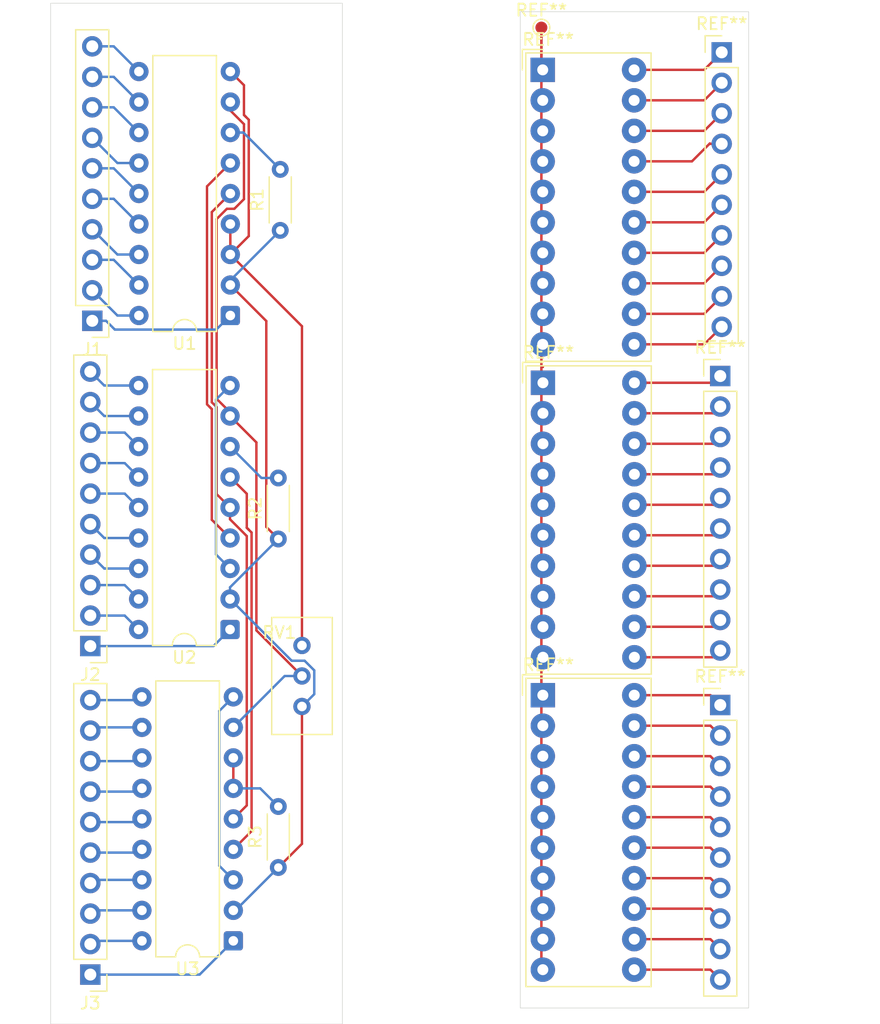
<source format=kicad_pcb>
(kicad_pcb (version 20241229) (generator "pcbnew") (generator_version "9.0")
  (layers (0 "F.Cu" signal) (2 "B.Cu" signal) (13 "F.Paste" user) (15 "B.Paste" user) (5 "F.SilkS" user "F.Silkscreen") (7 "B.SilkS" user "B.Silkscreen") (1 "F.Mask" user) (3 "B.Mask" user) (25 "Edge.Cuts" user))
  (net 0 "")
  (net 1 "+6V")
  (net 2 "GND")
  (net 3 "Net-(U1-REFOUT)")
  (net 4 "Net-(U2-REFOUT)")
  (net 5 "Net-(U3-REFOUT)")
  (net 6 "Net-(U1-REFADJ)")
  (net 7 "Net-(U1-RHI)")
  (net 8 "Net-(U1-SIG)")
  (net 9 "Net-(U2-RHI)")
  (net 10 "Net-(J1-Pin_9)")
  (net 11 "Net-(J1-Pin_7)")
  (net 12 "Net-(J1-Pin_2)")
  (net 13 "Net-(J1-Pin_3)")
  (net 14 "Net-(J1-Pin_6)")
  (net 15 "Net-(J1-Pin_4)")
  (net 16 "Net-(J1-Pin_1)")
  (net 17 "Net-(J1-Pin_8)")
  (net 18 "Net-(J1-Pin_10)")
  (net 19 "Net-(J1-Pin_5)")
  (net 20 "Net-(J2-Pin_4)")
  (net 21 "Net-(J2-Pin_10)")
  (net 22 "Net-(J2-Pin_6)")
  (net 23 "Net-(J2-Pin_7)")
  (net 24 "Net-(J2-Pin_8)")
  (net 25 "Net-(J2-Pin_2)")
  (net 26 "Net-(J2-Pin_9)")
  (net 27 "Net-(J2-Pin_1)")
  (net 28 "Net-(J2-Pin_5)")
  (net 29 "Net-(J2-Pin_3)")
  (net 30 "Net-(J3-Pin_6)")
  (net 31 "Net-(J3-Pin_8)")
  (net 32 "Net-(J3-Pin_4)")
  (net 33 "Net-(J3-Pin_1)")
  (net 34 "Net-(J3-Pin_7)")
  (net 35 "Net-(J3-Pin_2)")
  (net 36 "Net-(J3-Pin_10)")
  (net 37 "Net-(J3-Pin_3)")
  (net 38 "Net-(J3-Pin_5)")
  (net 39 "Net-(J3-Pin_9)")
  (net 40 "Net-(U2-MODE)")
  (net 41 "Net-(U3-MODE)")
  (footprint "Display:HDSP-48xx" (layer "F.Cu") (at 202.78 92.69)
    (property "Reference" "REF**" (at 0.46 -2.53 0) (layer "F.SilkS"))
    (property "Value" "HDSP-48xx")
    (fp_line (start -1.7 -1.7) (end -1.7 0) (stroke (width 0.12)) (layer "F.SilkS"))
    (fp_line (start -1.41 -1.41) (end 9.03 -1.41) (stroke (width 0.12)) (layer "F.SilkS"))
    (fp_line (start -1.41 24.27) (end -1.41 -1.41) (stroke (width 0.12)) (layer "F.SilkS"))
    (fp_line (start 0 -1.7) (end -1.7 -1.7) (stroke (width 0.12)) (layer "F.SilkS"))
    (fp_line (start 9.03 -1.41) (end 9.03 24.27) (stroke (width 0.12)) (layer "F.SilkS"))
    (fp_line (start 9.03 24.27) (end -1.41 24.27) (stroke (width 0.12)) (layer "F.SilkS"))
    (pad "1" thru_hole rect (at 0 0 270) (size 2.032 2.032) (drill 0.9144) (layers "*.Cu" "*.Mask"))
    (pad "2" thru_hole circle (at 0 2.54 270) (size 2.032 2.032) (drill 0.9144) (layers "*.Cu" "*.Mask"))
    (pad "3" thru_hole circle (at 0 5.08 270) (size 2.032 2.032) (drill 0.9144) (layers "*.Cu" "*.Mask"))
    (pad "4" thru_hole circle (at 0 7.62 270) (size 2.032 2.032) (drill 0.9144) (layers "*.Cu" "*.Mask"))
    (pad "5" thru_hole circle (at 0 10.16 270) (size 2.032 2.032) (drill 0.9144) (layers "*.Cu" "*.Mask"))
    (pad "6" thru_hole circle (at 0 12.7 270) (size 2.032 2.032) (drill 0.9144) (layers "*.Cu" "*.Mask"))
    (pad "7" thru_hole circle (at 0 15.24 270) (size 2.032 2.032) (drill 0.9144) (layers "*.Cu" "*.Mask"))
    (pad "8" thru_hole circle (at 0 17.78 270) (size 2.032 2.032) (drill 0.9144) (layers "*.Cu" "*.Mask"))
    (pad "9" thru_hole circle (at 0 20.32 270) (size 2.032 2.032) (drill 0.9144) (layers "*.Cu" "*.Mask"))
    (pad "10" thru_hole circle (at 0 22.86 270) (size 2.032 2.032) (drill 0.9144) (layers "*.Cu" "*.Mask"))
    (pad "11" thru_hole circle (at 7.62 22.86 270) (size 2.032 2.032) (drill 0.9144) (layers "*.Cu" "*.Mask"))
    (pad "12" thru_hole circle (at 7.62 20.32 270) (size 2.032 2.032) (drill 0.9144) (layers "*.Cu" "*.Mask"))
    (pad "13" thru_hole circle (at 7.62 17.78 270) (size 2.032 2.032) (drill 0.9144) (layers "*.Cu" "*.Mask"))
    (pad "14" thru_hole circle (at 7.62 15.24 270) (size 2.032 2.032) (drill 0.9144) (layers "*.Cu" "*.Mask"))
    (pad "15" thru_hole circle (at 7.62 12.7 270) (size 2.032 2.032) (drill 0.9144) (layers "*.Cu" "*.Mask"))
    (pad "16" thru_hole circle (at 7.62 10.16 270) (size 2.032 2.032) (drill 0.9144) (layers "*.Cu" "*.Mask"))
    (pad "17" thru_hole circle (at 7.62 7.62 270) (size 2.032 2.032) (drill 0.9144) (layers "*.Cu" "*.Mask"))
    (pad "18" thru_hole circle (at 7.62 5.08 270) (size 2.032 2.032) (drill 0.9144) (layers "*.Cu" "*.Mask"))
    (pad "19" thru_hole circle (at 7.62 2.54 270) (size 2.032 2.032) (drill 0.9144) (layers "*.Cu" "*.Mask"))
    (pad "20" thru_hole circle (at 7.62 0 270) (size 2.032 2.032) (drill 0.9144) (layers "*.Cu" "*.Mask"))
  )
  (footprint "Package_DIP:DIP-18_W7.62mm" (layer "F.Cu") (at 176.98 113.15 180)
    (property "Reference" "U3" (at 3.81 -2.33 0) (layer "F.SilkS"))
    (property "Value" "LM3914N Top")
    (fp_line (start 6.46 21.65) (end 6.46 -1.33) (stroke (width 0.12)) (layer "F.SilkS"))
    (fp_line (start 6.46 -1.33) (end 4.81 -1.33) (stroke (width 0.12)) (layer "F.SilkS"))
    (fp_line (start 2.81 -1.33) (end 1.16 -1.33) (stroke (width 0.12)) (layer "F.SilkS"))
    (fp_line (start 1.16 21.65) (end 6.46 21.65) (stroke (width 0.12)) (layer "F.SilkS"))
    (fp_line (start 1.16 -1.33) (end 1.16 21.65) (stroke (width 0.12)) (layer "F.SilkS"))
    (fp_arc (start 4.81 -1.33) (mid 3.81 -0.33) (end 2.81 -1.33) (stroke (width 0.12)) (layer "F.SilkS"))
    (pad "1" thru_hole roundrect (at 0 0 180) (size 1.6 1.6) (drill 0.8) (layers "*.Cu" "*.Mask") (roundrect_rratio 0.15625) (net 33 "Net-(J3-Pin_1)"))
    (pad "2" thru_hole circle (at 0 2.54 180) (size 1.6 1.6) (drill 0.8) (layers "*.Cu" "*.Mask") (net 2 "GND"))
    (pad "3" thru_hole circle (at 0 5.08 180) (size 1.6 1.6) (drill 0.8) (layers "*.Cu" "*.Mask") (net 41 "Net-(U3-MODE)"))
    (pad "4" thru_hole circle (at 0 7.62 180) (size 1.6 1.6) (drill 0.8) (layers "*.Cu" "*.Mask") (net 9 "Net-(U2-RHI)"))
    (pad "5" thru_hole circle (at 0 10.16 180) (size 1.6 1.6) (drill 0.8) (layers "*.Cu" "*.Mask") (net 8 "Net-(U1-SIG)"))
    (pad "6" thru_hole circle (at 0 12.7 180) (size 1.6 1.6) (drill 0.8) (layers "*.Cu" "*.Mask") (net 5 "Net-(U3-REFOUT)"))
    (pad "7" thru_hole circle (at 0 15.24 180) (size 1.6 1.6) (drill 0.8) (layers "*.Cu" "*.Mask") (net 5 "Net-(U3-REFOUT)"))
    (pad "8" thru_hole circle (at 0 17.78 180) (size 1.6 1.6) (drill 0.8) (layers "*.Cu" "*.Mask") (net 6 "Net-(U1-REFADJ)"))
    (pad "9" thru_hole circle (at 0 20.32 180) (size 1.6 1.6) (drill 0.8) (layers "*.Cu" "*.Mask") (net 41 "Net-(U3-MODE)"))
    (pad "10" thru_hole circle (at 7.62 20.32 180) (size 1.6 1.6) (drill 0.8) (layers "*.Cu" "*.Mask") (net 36 "Net-(J3-Pin_10)"))
    (pad "11" thru_hole circle (at 7.62 17.78 180) (size 1.6 1.6) (drill 0.8) (layers "*.Cu" "*.Mask") (net 39 "Net-(J3-Pin_9)"))
    (pad "12" thru_hole circle (at 7.62 15.24 180) (size 1.6 1.6) (drill 0.8) (layers "*.Cu" "*.Mask") (net 31 "Net-(J3-Pin_8)"))
    (pad "13" thru_hole circle (at 7.62 12.7 180) (size 1.6 1.6) (drill 0.8) (layers "*.Cu" "*.Mask") (net 34 "Net-(J3-Pin_7)"))
    (pad "14" thru_hole circle (at 7.62 10.16 180) (size 1.6 1.6) (drill 0.8) (layers "*.Cu" "*.Mask") (net 30 "Net-(J3-Pin_6)"))
    (pad "15" thru_hole circle (at 7.62 7.62 180) (size 1.6 1.6) (drill 0.8) (layers "*.Cu" "*.Mask") (net 38 "Net-(J3-Pin_5)"))
    (pad "16" thru_hole circle (at 7.62 5.08 180) (size 1.6 1.6) (drill 0.8) (layers "*.Cu" "*.Mask") (net 32 "Net-(J3-Pin_4)"))
    (pad "17" thru_hole circle (at 7.62 2.54 180) (size 1.6 1.6) (drill 0.8) (layers "*.Cu" "*.Mask") (net 37 "Net-(J3-Pin_3)"))
    (pad "18" thru_hole circle (at 7.62 0 180) (size 1.6 1.6) (drill 0.8) (layers "*.Cu" "*.Mask") (net 35 "Net-(J3-Pin_2)"))
  )
  (footprint "Display:HDSP-48xx" (layer "F.Cu") (at 202.77 40.61)
    (property "Reference" "REF**" (at 0.46 -2.53 0) (layer "F.SilkS"))
    (property "Value" "HDSP-48xx")
    (fp_line (start -1.7 -1.7) (end -1.7 0) (stroke (width 0.12)) (layer "F.SilkS"))
    (fp_line (start -1.41 -1.41) (end 9.03 -1.41) (stroke (width 0.12)) (layer "F.SilkS"))
    (fp_line (start -1.41 24.27) (end -1.41 -1.41) (stroke (width 0.12)) (layer "F.SilkS"))
    (fp_line (start 0 -1.7) (end -1.7 -1.7) (stroke (width 0.12)) (layer "F.SilkS"))
    (fp_line (start 9.03 -1.41) (end 9.03 24.27) (stroke (width 0.12)) (layer "F.SilkS"))
    (fp_line (start 9.03 24.27) (end -1.41 24.27) (stroke (width 0.12)) (layer "F.SilkS"))
    (pad "1" thru_hole rect (at 0 0 270) (size 2.032 2.032) (drill 0.9144) (layers "*.Cu" "*.Mask"))
    (pad "2" thru_hole circle (at 0 2.54 270) (size 2.032 2.032) (drill 0.9144) (layers "*.Cu" "*.Mask"))
    (pad "3" thru_hole circle (at 0 5.08 270) (size 2.032 2.032) (drill 0.9144) (layers "*.Cu" "*.Mask"))
    (pad "4" thru_hole circle (at 0 7.62 270) (size 2.032 2.032) (drill 0.9144) (layers "*.Cu" "*.Mask"))
    (pad "5" thru_hole circle (at 0 10.16 270) (size 2.032 2.032) (drill 0.9144) (layers "*.Cu" "*.Mask"))
    (pad "6" thru_hole circle (at 0 12.7 270) (size 2.032 2.032) (drill 0.9144) (layers "*.Cu" "*.Mask"))
    (pad "7" thru_hole circle (at 0 15.24 270) (size 2.032 2.032) (drill 0.9144) (layers "*.Cu" "*.Mask"))
    (pad "8" thru_hole circle (at 0 17.78 270) (size 2.032 2.032) (drill 0.9144) (layers "*.Cu" "*.Mask"))
    (pad "9" thru_hole circle (at 0 20.32 270) (size 2.032 2.032) (drill 0.9144) (layers "*.Cu" "*.Mask"))
    (pad "10" thru_hole circle (at 0 22.86 270) (size 2.032 2.032) (drill 0.9144) (layers "*.Cu" "*.Mask"))
    (pad "11" thru_hole circle (at 7.62 22.86 270) (size 2.032 2.032) (drill 0.9144) (layers "*.Cu" "*.Mask"))
    (pad "12" thru_hole circle (at 7.62 20.32 270) (size 2.032 2.032) (drill 0.9144) (layers "*.Cu" "*.Mask"))
    (pad "13" thru_hole circle (at 7.62 17.78 270) (size 2.032 2.032) (drill 0.9144) (layers "*.Cu" "*.Mask"))
    (pad "14" thru_hole circle (at 7.62 15.24 270) (size 2.032 2.032) (drill 0.9144) (layers "*.Cu" "*.Mask"))
    (pad "15" thru_hole circle (at 7.62 12.7 270) (size 2.032 2.032) (drill 0.9144) (layers "*.Cu" "*.Mask"))
    (pad "16" thru_hole circle (at 7.62 10.16 270) (size 2.032 2.032) (drill 0.9144) (layers "*.Cu" "*.Mask"))
    (pad "17" thru_hole circle (at 7.62 7.62 270) (size 2.032 2.032) (drill 0.9144) (layers "*.Cu" "*.Mask"))
    (pad "18" thru_hole circle (at 7.62 5.08 270) (size 2.032 2.032) (drill 0.9144) (layers "*.Cu" "*.Mask"))
    (pad "19" thru_hole circle (at 7.62 2.54 270) (size 2.032 2.032) (drill 0.9144) (layers "*.Cu" "*.Mask"))
    (pad "20" thru_hole circle (at 7.62 0 270) (size 2.032 2.032) (drill 0.9144) (layers "*.Cu" "*.Mask"))
  )
  (footprint "Package_DIP:DIP-18_W7.62mm" (layer "F.Cu") (at 176.705 87.22 180)
    (property "Reference" "U2" (at 3.81 -2.33 0) (layer "F.SilkS"))
    (property "Value" "LM3914N")
    (fp_line (start 6.46 21.65) (end 6.46 -1.33) (stroke (width 0.12)) (layer "F.SilkS"))
    (fp_line (start 6.46 -1.33) (end 4.81 -1.33) (stroke (width 0.12)) (layer "F.SilkS"))
    (fp_line (start 2.81 -1.33) (end 1.16 -1.33) (stroke (width 0.12)) (layer "F.SilkS"))
    (fp_line (start 1.16 21.65) (end 6.46 21.65) (stroke (width 0.12)) (layer "F.SilkS"))
    (fp_line (start 1.16 -1.33) (end 1.16 21.65) (stroke (width 0.12)) (layer "F.SilkS"))
    (fp_arc (start 4.81 -1.33) (mid 3.81 -0.33) (end 2.81 -1.33) (stroke (width 0.12)) (layer "F.SilkS"))
    (pad "1" thru_hole roundrect (at 0 0 180) (size 1.6 1.6) (drill 0.8) (layers "*.Cu" "*.Mask") (roundrect_rratio 0.15625) (net 27 "Net-(J2-Pin_1)"))
    (pad "2" thru_hole circle (at 0 2.54 180) (size 1.6 1.6) (drill 0.8) (layers "*.Cu" "*.Mask") (net 2 "GND"))
    (pad "3" thru_hole circle (at 0 5.08 180) (size 1.6 1.6) (drill 0.8) (layers "*.Cu" "*.Mask") (net 40 "Net-(U2-MODE)"))
    (pad "4" thru_hole circle (at 0 7.62 180) (size 1.6 1.6) (drill 0.8) (layers "*.Cu" "*.Mask") (net 7 "Net-(U1-RHI)"))
    (pad "5" thru_hole circle (at 0 10.16 180) (size 1.6 1.6) (drill 0.8) (layers "*.Cu" "*.Mask") (net 8 "Net-(U1-SIG)"))
    (pad "6" thru_hole circle (at 0 12.7 180) (size 1.6 1.6) (drill 0.8) (layers "*.Cu" "*.Mask") (net 9 "Net-(U2-RHI)"))
    (pad "7" thru_hole circle (at 0 15.24 180) (size 1.6 1.6) (drill 0.8) (layers "*.Cu" "*.Mask") (net 4 "Net-(U2-REFOUT)"))
    (pad "8" thru_hole circle (at 0 17.78 180) (size 1.6 1.6) (drill 0.8) (layers "*.Cu" "*.Mask") (net 6 "Net-(U1-REFADJ)"))
    (pad "9" thru_hole circle (at 0 20.32 180) (size 1.6 1.6) (drill 0.8) (layers "*.Cu" "*.Mask") (net 40 "Net-(U2-MODE)"))
    (pad "10" thru_hole circle (at 7.62 20.32 180) (size 1.6 1.6) (drill 0.8) (layers "*.Cu" "*.Mask") (net 21 "Net-(J2-Pin_10)"))
    (pad "11" thru_hole circle (at 7.62 17.78 180) (size 1.6 1.6) (drill 0.8) (layers "*.Cu" "*.Mask") (net 26 "Net-(J2-Pin_9)"))
    (pad "12" thru_hole circle (at 7.62 15.24 180) (size 1.6 1.6) (drill 0.8) (layers "*.Cu" "*.Mask") (net 24 "Net-(J2-Pin_8)"))
    (pad "13" thru_hole circle (at 7.62 12.7 180) (size 1.6 1.6) (drill 0.8) (layers "*.Cu" "*.Mask") (net 23 "Net-(J2-Pin_7)"))
    (pad "14" thru_hole circle (at 7.62 10.16 180) (size 1.6 1.6) (drill 0.8) (layers "*.Cu" "*.Mask") (net 22 "Net-(J2-Pin_6)"))
    (pad "15" thru_hole circle (at 7.62 7.62 180) (size 1.6 1.6) (drill 0.8) (layers "*.Cu" "*.Mask") (net 28 "Net-(J2-Pin_5)"))
    (pad "16" thru_hole circle (at 7.62 5.08 180) (size 1.6 1.6) (drill 0.8) (layers "*.Cu" "*.Mask") (net 20 "Net-(J2-Pin_4)"))
    (pad "17" thru_hole circle (at 7.62 2.54 180) (size 1.6 1.6) (drill 0.8) (layers "*.Cu" "*.Mask") (net 29 "Net-(J2-Pin_3)"))
    (pad "18" thru_hole circle (at 7.62 0 180) (size 1.6 1.6) (drill 0.8) (layers "*.Cu" "*.Mask") (net 25 "Net-(J2-Pin_2)"))
  )
  (footprint "Connector_PinHeader_2.54mm:PinHeader_1x10_P2.54mm_Vertical" (layer "F.Cu") (at 165.06 88.6 180)
    (property "Reference" "J2" (at 0 -2.38 0) (layer "F.SilkS"))
    (property "Value" "Conn_01x10_Socket")
    (fp_line (start 1.38 1.27) (end 1.38 24.24) (stroke (width 0.12)) (layer "F.SilkS"))
    (fp_line (start -1.38 24.24) (end 1.38 24.24) (stroke (width 0.12)) (layer "F.SilkS"))
    (fp_line (start -1.38 1.27) (end 1.38 1.27) (stroke (width 0.12)) (layer "F.SilkS"))
    (fp_line (start -1.38 1.27) (end -1.38 24.24) (stroke (width 0.12)) (layer "F.SilkS"))
    (fp_line (start -1.38 0) (end -1.38 -1.38) (stroke (width 0.12)) (layer "F.SilkS"))
    (fp_line (start -1.38 -1.38) (end 0 -1.38) (stroke (width 0.12)) (layer "F.SilkS"))
    (pad "1" thru_hole rect (at 0 0 180) (size 1.7 1.7) (drill 1) (layers "*.Cu" "*.Mask") (net 27 "Net-(J2-Pin_1)"))
    (pad "2" thru_hole circle (at 0 2.54 180) (size 1.7 1.7) (drill 1) (layers "*.Cu" "*.Mask") (net 25 "Net-(J2-Pin_2)"))
    (pad "3" thru_hole circle (at 0 5.08 180) (size 1.7 1.7) (drill 1) (layers "*.Cu" "*.Mask") (net 29 "Net-(J2-Pin_3)"))
    (pad "4" thru_hole circle (at 0 7.62 180) (size 1.7 1.7) (drill 1) (layers "*.Cu" "*.Mask") (net 20 "Net-(J2-Pin_4)"))
    (pad "5" thru_hole circle (at 0 10.16 180) (size 1.7 1.7) (drill 1) (layers "*.Cu" "*.Mask") (net 28 "Net-(J2-Pin_5)"))
    (pad "6" thru_hole circle (at 0 12.7 180) (size 1.7 1.7) (drill 1) (layers "*.Cu" "*.Mask") (net 22 "Net-(J2-Pin_6)"))
    (pad "7" thru_hole circle (at 0 15.24 180) (size 1.7 1.7) (drill 1) (layers "*.Cu" "*.Mask") (net 23 "Net-(J2-Pin_7)"))
    (pad "8" thru_hole circle (at 0 17.78 180) (size 1.7 1.7) (drill 1) (layers "*.Cu" "*.Mask") (net 24 "Net-(J2-Pin_8)"))
    (pad "9" thru_hole circle (at 0 20.32 180) (size 1.7 1.7) (drill 1) (layers "*.Cu" "*.Mask") (net 26 "Net-(J2-Pin_9)"))
    (pad "10" thru_hole circle (at 0 22.86 180) (size 1.7 1.7) (drill 1) (layers "*.Cu" "*.Mask") (net 21 "Net-(J2-Pin_10)"))
  )
  (footprint "Package_DIP:DIP-18_W7.62mm" (layer "F.Cu") (at 176.73 61.07 180)
    (property "Reference" "U1" (at 3.81 -2.33 0) (layer "F.SilkS"))
    (property "Value" "LM3914N Bottom")
    (fp_line (start 6.46 21.65) (end 6.46 -1.33) (stroke (width 0.12)) (layer "F.SilkS"))
    (fp_line (start 6.46 -1.33) (end 4.81 -1.33) (stroke (width 0.12)) (layer "F.SilkS"))
    (fp_line (start 2.81 -1.33) (end 1.16 -1.33) (stroke (width 0.12)) (layer "F.SilkS"))
    (fp_line (start 1.16 21.65) (end 6.46 21.65) (stroke (width 0.12)) (layer "F.SilkS"))
    (fp_line (start 1.16 -1.33) (end 1.16 21.65) (stroke (width 0.12)) (layer "F.SilkS"))
    (fp_arc (start 4.81 -1.33) (mid 3.81 -0.33) (end 2.81 -1.33) (stroke (width 0.12)) (layer "F.SilkS"))
    (pad "1" thru_hole roundrect (at 0 0 180) (size 1.6 1.6) (drill 0.8) (layers "*.Cu" "*.Mask") (roundrect_rratio 0.15625) (net 16 "Net-(J1-Pin_1)"))
    (pad "2" thru_hole circle (at 0 2.54 180) (size 1.6 1.6) (drill 0.8) (layers "*.Cu" "*.Mask") (net 2 "GND"))
    (pad "3" thru_hole circle (at 0 5.08 180) (size 1.6 1.6) (drill 0.8) (layers "*.Cu" "*.Mask") (net 1 "+6V"))
    (pad "4" thru_hole circle (at 0 7.62 180) (size 1.6 1.6) (drill 0.8) (layers "*.Cu" "*.Mask") (net 1 "+6V"))
    (pad "5" thru_hole circle (at 0 10.16 180) (size 1.6 1.6) (drill 0.8) (layers "*.Cu" "*.Mask") (net 8 "Net-(U1-SIG)"))
    (pad "6" thru_hole circle (at 0 12.7 180) (size 1.6 1.6) (drill 0.8) (layers "*.Cu" "*.Mask") (net 7 "Net-(U1-RHI)"))
    (pad "7" thru_hole circle (at 0 15.24 180) (size 1.6 1.6) (drill 0.8) (layers "*.Cu" "*.Mask") (net 3 "Net-(U1-REFOUT)"))
    (pad "8" thru_hole circle (at 0 17.78 180) (size 1.6 1.6) (drill 0.8) (layers "*.Cu" "*.Mask") (net 6 "Net-(U1-REFADJ)"))
    (pad "9" thru_hole circle (at 0 20.32 180) (size 1.6 1.6) (drill 0.8) (layers "*.Cu" "*.Mask") (net 1 "+6V"))
    (pad "10" thru_hole circle (at 7.62 20.32 180) (size 1.6 1.6) (drill 0.8) (layers "*.Cu" "*.Mask") (net 18 "Net-(J1-Pin_10)"))
    (pad "11" thru_hole circle (at 7.62 17.78 180) (size 1.6 1.6) (drill 0.8) (layers "*.Cu" "*.Mask") (net 10 "Net-(J1-Pin_9)"))
    (pad "12" thru_hole circle (at 7.62 15.24 180) (size 1.6 1.6) (drill 0.8) (layers "*.Cu" "*.Mask") (net 17 "Net-(J1-Pin_8)"))
    (pad "13" thru_hole circle (at 7.62 12.7 180) (size 1.6 1.6) (drill 0.8) (layers "*.Cu" "*.Mask") (net 11 "Net-(J1-Pin_7)"))
    (pad "14" thru_hole circle (at 7.62 10.16 180) (size 1.6 1.6) (drill 0.8) (layers "*.Cu" "*.Mask") (net 14 "Net-(J1-Pin_6)"))
    (pad "15" thru_hole circle (at 7.62 7.62 180) (size 1.6 1.6) (drill 0.8) (layers "*.Cu" "*.Mask") (net 19 "Net-(J1-Pin_5)"))
    (pad "16" thru_hole circle (at 7.62 5.08 180) (size 1.6 1.6) (drill 0.8) (layers "*.Cu" "*.Mask") (net 15 "Net-(J1-Pin_4)"))
    (pad "17" thru_hole circle (at 7.62 2.54 180) (size 1.6 1.6) (drill 0.8) (layers "*.Cu" "*.Mask") (net 13 "Net-(J1-Pin_3)"))
    (pad "18" thru_hole circle (at 7.62 0 180) (size 1.6 1.6) (drill 0.8) (layers "*.Cu" "*.Mask") (net 12 "Net-(J1-Pin_2)"))
  )
  (footprint "TestPoint:TestPoint_Pad_D1.0mm" (layer "F.Cu") (at 202.66 37.09)
    (property "Reference" "REF**" (at 0 -1.448 0) (layer "F.SilkS"))
    (property "Value" "TestPoint_Pad_D1.0mm")
    (fp_circle (center 0 0) (end 0 0.7) (stroke (width 0.12)) (fill no) (layer "F.SilkS"))
    (pad "1" smd circle (at 0 0) (size 1 1) (layers "F.Cu" "F.Mask"))
  )
  (footprint "Display:HDSP-48xx" (layer "F.Cu") (at 202.79 66.67)
    (property "Reference" "REF**" (at 0.46 -2.53 0) (layer "F.SilkS"))
    (property "Value" "HDSP-48xx")
    (fp_line (start -1.7 -1.7) (end -1.7 0) (stroke (width 0.12)) (layer "F.SilkS"))
    (fp_line (start -1.41 -1.41) (end 9.03 -1.41) (stroke (width 0.12)) (layer "F.SilkS"))
    (fp_line (start -1.41 24.27) (end -1.41 -1.41) (stroke (width 0.12)) (layer "F.SilkS"))
    (fp_line (start 0 -1.7) (end -1.7 -1.7) (stroke (width 0.12)) (layer "F.SilkS"))
    (fp_line (start 9.03 -1.41) (end 9.03 24.27) (stroke (width 0.12)) (layer "F.SilkS"))
    (fp_line (start 9.03 24.27) (end -1.41 24.27) (stroke (width 0.12)) (layer "F.SilkS"))
    (pad "1" thru_hole rect (at 0 0 270) (size 2.032 2.032) (drill 0.9144) (layers "*.Cu" "*.Mask"))
    (pad "2" thru_hole circle (at 0 2.54 270) (size 2.032 2.032) (drill 0.9144) (layers "*.Cu" "*.Mask"))
    (pad "3" thru_hole circle (at 0 5.08 270) (size 2.032 2.032) (drill 0.9144) (layers "*.Cu" "*.Mask"))
    (pad "4" thru_hole circle (at 0 7.62 270) (size 2.032 2.032) (drill 0.9144) (layers "*.Cu" "*.Mask"))
    (pad "5" thru_hole circle (at 0 10.16 270) (size 2.032 2.032) (drill 0.9144) (layers "*.Cu" "*.Mask"))
    (pad "6" thru_hole circle (at 0 12.7 270) (size 2.032 2.032) (drill 0.9144) (layers "*.Cu" "*.Mask"))
    (pad "7" thru_hole circle (at 0 15.24 270) (size 2.032 2.032) (drill 0.9144) (layers "*.Cu" "*.Mask"))
    (pad "8" thru_hole circle (at 0 17.78 270) (size 2.032 2.032) (drill 0.9144) (layers "*.Cu" "*.Mask"))
    (pad "9" thru_hole circle (at 0 20.32 270) (size 2.032 2.032) (drill 0.9144) (layers "*.Cu" "*.Mask"))
    (pad "10" thru_hole circle (at 0 22.86 270) (size 2.032 2.032) (drill 0.9144) (layers "*.Cu" "*.Mask"))
    (pad "11" thru_hole circle (at 7.62 22.86 270) (size 2.032 2.032) (drill 0.9144) (layers "*.Cu" "*.Mask"))
    (pad "12" thru_hole circle (at 7.62 20.32 270) (size 2.032 2.032) (drill 0.9144) (layers "*.Cu" "*.Mask"))
    (pad "13" thru_hole circle (at 7.62 17.78 270) (size 2.032 2.032) (drill 0.9144) (layers "*.Cu" "*.Mask"))
    (pad "14" thru_hole circle (at 7.62 15.24 270) (size 2.032 2.032) (drill 0.9144) (layers "*.Cu" "*.Mask"))
    (pad "15" thru_hole circle (at 7.62 12.7 270) (size 2.032 2.032) (drill 0.9144) (layers "*.Cu" "*.Mask"))
    (pad "16" thru_hole circle (at 7.62 10.16 270) (size 2.032 2.032) (drill 0.9144) (layers "*.Cu" "*.Mask"))
    (pad "17" thru_hole circle (at 7.62 7.62 270) (size 2.032 2.032) (drill 0.9144) (layers "*.Cu" "*.Mask"))
    (pad "18" thru_hole circle (at 7.62 5.08 270) (size 2.032 2.032) (drill 0.9144) (layers "*.Cu" "*.Mask"))
    (pad "19" thru_hole circle (at 7.62 2.54 270) (size 2.032 2.032) (drill 0.9144) (layers "*.Cu" "*.Mask"))
    (pad "20" thru_hole circle (at 7.62 0 270) (size 2.032 2.032) (drill 0.9144) (layers "*.Cu" "*.Mask"))
  )
  (footprint "Resistor_THT:R_Axial_DIN0204_L3.6mm_D1.6mm_P5.08mm_Horizontal" (layer "F.Cu") (at 180.73 79.68 90)
    (property "Reference" "R2" (at 2.54 -1.92 90) (layer "F.SilkS"))
    (property "Value" "470")
    (fp_line (start 0.62 -0.92) (end 4.46 -0.92) (stroke (width 0.12)) (layer "F.SilkS"))
    (fp_line (start 0.62 0.92) (end 4.46 0.92) (stroke (width 0.12)) (layer "F.SilkS"))
    (pad "1" thru_hole circle (at 0 0 90) (size 1.4 1.4) (drill 0.7) (layers "*.Cu" "*.Mask") (net 2 "GND"))
    (pad "2" thru_hole circle (at 5.08 0 90) (size 1.4 1.4) (drill 0.7) (layers "*.Cu" "*.Mask") (net 4 "Net-(U2-REFOUT)"))
  )
  (footprint "Connector_PinHeader_2.54mm:PinHeader_1x10_P2.54mm_Vertical" (layer "F.Cu") (at 217.69 39.15)
    (property "Reference" "REF**" (at 0 -2.38 0) (layer "F.SilkS"))
    (property "Value" "PinHeader_1x10_P2.54mm_Vertical")
    (fp_line (start -1.38 -1.38) (end 0 -1.38) (stroke (width 0.12)) (layer "F.SilkS"))
    (fp_line (start -1.38 0) (end -1.38 -1.38) (stroke (width 0.12)) (layer "F.SilkS"))
    (fp_line (start -1.38 1.27) (end -1.38 24.24) (stroke (width 0.12)) (layer "F.SilkS"))
    (fp_line (start -1.38 1.27) (end 1.38 1.27) (stroke (width 0.12)) (layer "F.SilkS"))
    (fp_line (start -1.38 24.24) (end 1.38 24.24) (stroke (width 0.12)) (layer "F.SilkS"))
    (fp_line (start 1.38 1.27) (end 1.38 24.24) (stroke (width 0.12)) (layer "F.SilkS"))
    (pad "1" thru_hole rect (at 0 0) (size 1.7 1.7) (drill 1) (layers "*.Cu" "*.Mask"))
    (pad "2" thru_hole circle (at 0 2.54) (size 1.7 1.7) (drill 1) (layers "*.Cu" "*.Mask"))
    (pad "3" thru_hole circle (at 0 5.08) (size 1.7 1.7) (drill 1) (layers "*.Cu" "*.Mask"))
    (pad "4" thru_hole circle (at 0 7.62) (size 1.7 1.7) (drill 1) (layers "*.Cu" "*.Mask"))
    (pad "5" thru_hole circle (at 0 10.16) (size 1.7 1.7) (drill 1) (layers "*.Cu" "*.Mask"))
    (pad "6" thru_hole circle (at 0 12.7) (size 1.7 1.7) (drill 1) (layers "*.Cu" "*.Mask"))
    (pad "7" thru_hole circle (at 0 15.24) (size 1.7 1.7) (drill 1) (layers "*.Cu" "*.Mask"))
    (pad "8" thru_hole circle (at 0 17.78) (size 1.7 1.7) (drill 1) (layers "*.Cu" "*.Mask"))
    (pad "9" thru_hole circle (at 0 20.32) (size 1.7 1.7) (drill 1) (layers "*.Cu" "*.Mask"))
    (pad "10" thru_hole circle (at 0 22.86) (size 1.7 1.7) (drill 1) (layers "*.Cu" "*.Mask"))
  )
  (footprint "Potentiometer_THT:Potentiometer_Bourns_3296W_Vertical" (layer "F.Cu") (at 182.7 88.55 90)
    (property "Reference" "RV1" (at 1.08 -1.885 0) (layer "F.SilkS"))
    (property "Value" "1")
    (fp_line (start 2.335 -2.52) (end 2.335 2.53) (stroke (width 0.12)) (layer "F.SilkS"))
    (fp_line (start -7.415 -2.52) (end 2.335 -2.52) (stroke (width 0.12)) (layer "F.SilkS"))
    (fp_line (start 2.335 2.53) (end -7.415 2.53) (stroke (width 0.12)) (layer "F.SilkS"))
    (fp_line (start -7.415 2.53) (end -7.415 -2.52) (stroke (width 0.12)) (layer "F.SilkS"))
    (pad "1" thru_hole circle (at 0 0 90) (size 1.44 1.44) (drill 0.8) (layers "*.Cu" "*.Mask") (net 1 "+6V"))
    (pad "2" thru_hole circle (at -2.54 0 90) (size 1.44 1.44) (drill 0.8) (layers "*.Cu" "*.Mask") (net 6 "Net-(U1-REFADJ)"))
    (pad "3" thru_hole circle (at -5.08 0 90) (size 1.44 1.44) (drill 0.8) (layers "*.Cu" "*.Mask") (net 2 "GND"))
  )
  (footprint "Connector_PinHeader_2.54mm:PinHeader_1x10_P2.54mm_Vertical" (layer "F.Cu") (at 165.06 115.96 180)
    (property "Reference" "J3" (at 0 -2.38 0) (layer "F.SilkS"))
    (property "Value" "Conn_01x10_Socket")
    (fp_line (start 1.38 1.27) (end 1.38 24.24) (stroke (width 0.12)) (layer "F.SilkS"))
    (fp_line (start -1.38 24.24) (end 1.38 24.24) (stroke (width 0.12)) (layer "F.SilkS"))
    (fp_line (start -1.38 1.27) (end 1.38 1.27) (stroke (width 0.12)) (layer "F.SilkS"))
    (fp_line (start -1.38 1.27) (end -1.38 24.24) (stroke (width 0.12)) (layer "F.SilkS"))
    (fp_line (start -1.38 0) (end -1.38 -1.38) (stroke (width 0.12)) (layer "F.SilkS"))
    (fp_line (start -1.38 -1.38) (end 0 -1.38) (stroke (width 0.12)) (layer "F.SilkS"))
    (pad "1" thru_hole rect (at 0 0 180) (size 1.7 1.7) (drill 1) (layers "*.Cu" "*.Mask") (net 33 "Net-(J3-Pin_1)"))
    (pad "2" thru_hole circle (at 0 2.54 180) (size 1.7 1.7) (drill 1) (layers "*.Cu" "*.Mask") (net 35 "Net-(J3-Pin_2)"))
    (pad "3" thru_hole circle (at 0 5.08 180) (size 1.7 1.7) (drill 1) (layers "*.Cu" "*.Mask") (net 37 "Net-(J3-Pin_3)"))
    (pad "4" thru_hole circle (at 0 7.62 180) (size 1.7 1.7) (drill 1) (layers "*.Cu" "*.Mask") (net 32 "Net-(J3-Pin_4)"))
    (pad "5" thru_hole circle (at 0 10.16 180) (size 1.7 1.7) (drill 1) (layers "*.Cu" "*.Mask") (net 38 "Net-(J3-Pin_5)"))
    (pad "6" thru_hole circle (at 0 12.7 180) (size 1.7 1.7) (drill 1) (layers "*.Cu" "*.Mask") (net 30 "Net-(J3-Pin_6)"))
    (pad "7" thru_hole circle (at 0 15.24 180) (size 1.7 1.7) (drill 1) (layers "*.Cu" "*.Mask") (net 34 "Net-(J3-Pin_7)"))
    (pad "8" thru_hole circle (at 0 17.78 180) (size 1.7 1.7) (drill 1) (layers "*.Cu" "*.Mask") (net 31 "Net-(J3-Pin_8)"))
    (pad "9" thru_hole circle (at 0 20.32 180) (size 1.7 1.7) (drill 1) (layers "*.Cu" "*.Mask") (net 39 "Net-(J3-Pin_9)"))
    (pad "10" thru_hole circle (at 0 22.86 180) (size 1.7 1.7) (drill 1) (layers "*.Cu" "*.Mask") (net 36 "Net-(J3-Pin_10)"))
  )
  (footprint "Connector_PinHeader_2.54mm:PinHeader_1x10_P2.54mm_Vertical" (layer "F.Cu") (at 217.57 66.11)
    (property "Reference" "REF**" (at 0 -2.38 0) (layer "F.SilkS"))
    (property "Value" "PinHeader_1x10_P2.54mm_Vertical")
    (fp_line (start -1.38 -1.38) (end 0 -1.38) (stroke (width 0.12)) (layer "F.SilkS"))
    (fp_line (start -1.38 0) (end -1.38 -1.38) (stroke (width 0.12)) (layer "F.SilkS"))
    (fp_line (start -1.38 1.27) (end -1.38 24.24) (stroke (width 0.12)) (layer "F.SilkS"))
    (fp_line (start -1.38 1.27) (end 1.38 1.27) (stroke (width 0.12)) (layer "F.SilkS"))
    (fp_line (start -1.38 24.24) (end 1.38 24.24) (stroke (width 0.12)) (layer "F.SilkS"))
    (fp_line (start 1.38 1.27) (end 1.38 24.24) (stroke (width 0.12)) (layer "F.SilkS"))
    (pad "1" thru_hole rect (at 0 0) (size 1.7 1.7) (drill 1) (layers "*.Cu" "*.Mask"))
    (pad "2" thru_hole circle (at 0 2.54) (size 1.7 1.7) (drill 1) (layers "*.Cu" "*.Mask"))
    (pad "3" thru_hole circle (at 0 5.08) (size 1.7 1.7) (drill 1) (layers "*.Cu" "*.Mask"))
    (pad "4" thru_hole circle (at 0 7.62) (size 1.7 1.7) (drill 1) (layers "*.Cu" "*.Mask"))
    (pad "5" thru_hole circle (at 0 10.16) (size 1.7 1.7) (drill 1) (layers "*.Cu" "*.Mask"))
    (pad "6" thru_hole circle (at 0 12.7) (size 1.7 1.7) (drill 1) (layers "*.Cu" "*.Mask"))
    (pad "7" thru_hole circle (at 0 15.24) (size 1.7 1.7) (drill 1) (layers "*.Cu" "*.Mask"))
    (pad "8" thru_hole circle (at 0 17.78) (size 1.7 1.7) (drill 1) (layers "*.Cu" "*.Mask"))
    (pad "9" thru_hole circle (at 0 20.32) (size 1.7 1.7) (drill 1) (layers "*.Cu" "*.Mask"))
    (pad "10" thru_hole circle (at 0 22.86) (size 1.7 1.7) (drill 1) (layers "*.Cu" "*.Mask"))
  )
  (footprint "Connector_PinHeader_2.54mm:PinHeader_1x10_P2.54mm_Vertical" (layer "F.Cu") (at 165.22 61.51 180)
    (property "Reference" "J1" (at 0 -2.38 0) (layer "F.SilkS"))
    (property "Value" "Conn_01x10_Socket")
    (fp_line (start 1.38 1.27) (end 1.38 24.24) (stroke (width 0.12)) (layer "F.SilkS"))
    (fp_line (start -1.38 24.24) (end 1.38 24.24) (stroke (width 0.12)) (layer "F.SilkS"))
    (fp_line (start -1.38 1.27) (end 1.38 1.27) (stroke (width 0.12)) (layer "F.SilkS"))
    (fp_line (start -1.38 1.27) (end -1.38 24.24) (stroke (width 0.12)) (layer "F.SilkS"))
    (fp_line (start -1.38 0) (end -1.38 -1.38) (stroke (width 0.12)) (layer "F.SilkS"))
    (fp_line (start -1.38 -1.38) (end 0 -1.38) (stroke (width 0.12)) (layer "F.SilkS"))
    (pad "1" thru_hole rect (at 0 0 180) (size 1.7 1.7) (drill 1) (layers "*.Cu" "*.Mask") (net 16 "Net-(J1-Pin_1)"))
    (pad "2" thru_hole circle (at 0 2.54 180) (size 1.7 1.7) (drill 1) (layers "*.Cu" "*.Mask") (net 12 "Net-(J1-Pin_2)"))
    (pad "3" thru_hole circle (at 0 5.08 180) (size 1.7 1.7) (drill 1) (layers "*.Cu" "*.Mask") (net 13 "Net-(J1-Pin_3)"))
    (pad "4" thru_hole circle (at 0 7.62 180) (size 1.7 1.7) (drill 1) (layers "*.Cu" "*.Mask") (net 15 "Net-(J1-Pin_4)"))
    (pad "5" thru_hole circle (at 0 10.16 180) (size 1.7 1.7) (drill 1) (layers "*.Cu" "*.Mask") (net 19 "Net-(J1-Pin_5)"))
    (pad "6" thru_hole circle (at 0 12.7 180) (size 1.7 1.7) (drill 1) (layers "*.Cu" "*.Mask") (net 14 "Net-(J1-Pin_6)"))
    (pad "7" thru_hole circle (at 0 15.24 180) (size 1.7 1.7) (drill 1) (layers "*.Cu" "*.Mask") (net 11 "Net-(J1-Pin_7)"))
    (pad "8" thru_hole circle (at 0 17.78 180) (size 1.7 1.7) (drill 1) (layers "*.Cu" "*.Mask") (net 17 "Net-(J1-Pin_8)"))
    (pad "9" thru_hole circle (at 0 20.32 180) (size 1.7 1.7) (drill 1) (layers "*.Cu" "*.Mask") (net 10 "Net-(J1-Pin_9)"))
    (pad "10" thru_hole circle (at 0 22.86 180) (size 1.7 1.7) (drill 1) (layers "*.Cu" "*.Mask") (net 18 "Net-(J1-Pin_10)"))
  )
  (footprint "Resistor_THT:R_Axial_DIN0204_L3.6mm_D1.6mm_P5.08mm_Horizontal" (layer "F.Cu") (at 180.89 53.98 90)
    (property "Reference" "R1" (at 2.54 -1.92 90) (layer "F.SilkS"))
    (property "Value" "470")
    (fp_line (start 0.62 -0.92) (end 4.46 -0.92) (stroke (width 0.12)) (layer "F.SilkS"))
    (fp_line (start 0.62 0.92) (end 4.46 0.92) (stroke (width 0.12)) (layer "F.SilkS"))
    (pad "1" thru_hole circle (at 0 0 90) (size 1.4 1.4) (drill 0.7) (layers "*.Cu" "*.Mask") (net 2 "GND"))
    (pad "2" thru_hole circle (at 5.08 0 90) (size 1.4 1.4) (drill 0.7) (layers "*.Cu" "*.Mask") (net 3 "Net-(U1-REFOUT)"))
  )
  (footprint "Resistor_THT:R_Axial_DIN0204_L3.6mm_D1.6mm_P5.08mm_Horizontal" (layer "F.Cu") (at 180.73 107.04 90)
    (property "Reference" "R3" (at 2.54 -1.92 90) (layer "F.SilkS"))
    (property "Value" "470")
    (fp_line (start 0.62 -0.92) (end 4.46 -0.92) (stroke (width 0.12)) (layer "F.SilkS"))
    (fp_line (start 0.62 0.92) (end 4.46 0.92) (stroke (width 0.12)) (layer "F.SilkS"))
    (pad "1" thru_hole circle (at 0 0 90) (size 1.4 1.4) (drill 0.7) (layers "*.Cu" "*.Mask") (net 2 "GND"))
    (pad "2" thru_hole circle (at 5.08 0 90) (size 1.4 1.4) (drill 0.7) (layers "*.Cu" "*.Mask") (net 5 "Net-(U3-REFOUT)"))
  )
  (footprint "Connector_PinHeader_2.54mm:PinHeader_1x10_P2.54mm_Vertical" (layer "F.Cu") (at 217.57 93.51)
    (property "Reference" "REF**" (at 0 -2.38 0) (layer "F.SilkS"))
    (property "Value" "PinHeader_1x10_P2.54mm_Vertical")
    (fp_line (start -1.38 -1.38) (end 0 -1.38) (stroke (width 0.12)) (layer "F.SilkS"))
    (fp_line (start -1.38 0) (end -1.38 -1.38) (stroke (width 0.12)) (layer "F.SilkS"))
    (fp_line (start -1.38 1.27) (end -1.38 24.24) (stroke (width 0.12)) (layer "F.SilkS"))
    (fp_line (start -1.38 1.27) (end 1.38 1.27) (stroke (width 0.12)) (layer "F.SilkS"))
    (fp_line (start -1.38 24.24) (end 1.38 24.24) (stroke (width 0.12)) (layer "F.SilkS"))
    (fp_line (start 1.38 1.27) (end 1.38 24.24) (stroke (width 0.12)) (layer "F.SilkS"))
    (pad "1" thru_hole rect (at 0 0) (size 1.7 1.7) (drill 1) (layers "*.Cu" "*.Mask"))
    (pad "2" thru_hole circle (at 0 2.54) (size 1.7 1.7) (drill 1) (layers "*.Cu" "*.Mask"))
    (pad "3" thru_hole circle (at 0 5.08) (size 1.7 1.7) (drill 1) (layers "*.Cu" "*.Mask"))
    (pad "4" thru_hole circle (at 0 7.62) (size 1.7 1.7) (drill 1) (layers "*.Cu" "*.Mask"))
    (pad "5" thru_hole circle (at 0 10.16) (size 1.7 1.7) (drill 1) (layers "*.Cu" "*.Mask"))
    (pad "6" thru_hole circle (at 0 12.7) (size 1.7 1.7) (drill 1) (layers "*.Cu" "*.Mask"))
    (pad "7" thru_hole circle (at 0 15.24) (size 1.7 1.7) (drill 1) (layers "*.Cu" "*.Mask"))
    (pad "8" thru_hole circle (at 0 17.78) (size 1.7 1.7) (drill 1) (layers "*.Cu" "*.Mask"))
    (pad "9" thru_hole circle (at 0 20.32) (size 1.7 1.7) (drill 1) (layers "*.Cu" "*.Mask"))
    (pad "10" thru_hole circle (at 0 22.86) (size 1.7 1.7) (drill 1) (layers "*.Cu" "*.Mask"))
  )
  (gr_rect (start 161.75 35.06) (end 186.07 120.08) (stroke (width 0.05)) (fill no) (layer "Edge.Cuts"))
  (gr_rect (start 200.9 35.77) (end 219.94 118.74) (stroke (width 0.05)) (fill no) (layer "Edge.Cuts"))
  (segment (start 210.4875 48.2275) (end 215.2125 48.2275) (width 0.2) (layer "F.Cu") (net 0))
  (segment (start 216.2325 43.1475) (end 217.69 41.69) (width 0.2) (layer "F.Cu") (net 0))
  (segment (start 210.4875 50.7675) (end 216.2325 50.7675) (width 0.2) (layer "F.Cu") (net 0))
  (segment (start 210.4875 60.9275) (end 216.2325 60.9275) (width 0.2) (layer "F.Cu") (net 0))
  (segment (start 202.66 37.09) (end 202.66 40.4) (width 0.2) (layer "F.Cu") (net 0))
  (segment (start 216.2325 58.3875) (end 217.69 56.93) (width 0.2) (layer "F.Cu") (net 0))
  (segment (start 217.01 71.75) (end 217.57 71.19) (width 0.2) (layer "F.Cu") (net 0))
  (segment (start 217.01 89.53) (end 217.57 88.97) (width 0.2) (layer "F.Cu") (net 0))
  (segment (start 210.4 97.77) (end 216.75 97.77) (width 0.2) (layer "F.Cu") (net 0))
  (segment (start 216.75 97.77) (end 217.57 98.59) (width 0.2) (layer "F.Cu") (net 0))
  (segment (start 217.01 66.67) (end 217.57 66.11) (width 0.2) (layer "F.Cu") (net 0))
  (segment (start 216.2325 53.3075) (end 217.69 51.85) (width 0.2) (layer "F.Cu") (net 0))
  (segment (start 202.77 65.333) (end 202.79 65.353) (width 0.2) (layer "F.Cu") (net 0))
  (segment (start 210.4875 40.6075) (end 216.2325 40.6075) (width 0.2) (layer "F.Cu") (net 0))
  (segment (start 210.4 92.69) (end 216.75 92.69) (width 0.2) (layer "F.Cu") (net 0))
  (segment (start 216.75 100.31) (end 217.57 101.13) (width 0.2) (layer "F.Cu") (net 0))
  (segment (start 210.4 113.01) (end 216.75 113.01) (width 0.2) (layer "F.Cu") (net 0))
  (segment (start 216.7 46.74) (end 216.73 46.77) (width 0.2) (layer "F.Cu") (net 0))
  (segment (start 202.79 115.54) (end 202.78 115.55) (width 0.2) (layer "F.Cu") (net 0))
  (segment (start 217.01 74.29) (end 217.57 73.73) (width 0.2) (layer "F.Cu") (net 0))
  (segment (start 217.01 76.83) (end 217.57 76.27) (width 0.2) (layer "F.Cu") (net 0))
  (segment (start 210.4 107.93) (end 216.75 107.93) (width 0.2) (layer "F.Cu") (net 0))
  (segment (start 216.2325 45.6875) (end 217.69 44.23) (width 0.2) (layer "F.Cu") (net 0))
  (segment (start 210.4 100.31) (end 216.75 100.31) (width 0.2) (layer "F.Cu") (net 0))
  (segment (start 210.4875 43.1475) (end 216.2325 43.1475) (width 0.2) (layer "F.Cu") (net 0))
  (segment (start 216.75 102.85) (end 217.57 103.67) (width 0.2) (layer "F.Cu") (net 0))
  (segment (start 217.01 79.37) (end 217.57 78.81) (width 0.2) (layer "F.Cu") (net 0))
  (segment (start 210.41 84.45) (end 217.01 84.45) (width 0.2) (layer "F.Cu") (net 0))
  (segment (start 216.2325 60.9275) (end 217.69 59.47) (width 0.2) (layer "F.Cu") (net 0))
  (segment (start 210.4875 55.8475) (end 216.2325 55.8475) (width 0.2) (layer "F.Cu") (net 0))
  (segment (start 216.75 92.69) (end 217.57 93.51) (width 0.2) (layer "F.Cu") (net 0))
  (segment (start 210.4 102.85) (end 216.75 102.85) (width 0.2) (layer "F.Cu") (net 0))
  (segment (start 210.4 95.23) (end 216.75 95.23) (width 0.2) (layer "F.Cu") (net 0))
  (segment (start 210.41 74.29) (end 217.01 74.29) (width 0.2) (layer "F.Cu") (net 0))
  (segment (start 210.41 71.75) (end 217.01 71.75) (width 0.2) (layer "F.Cu") (net 0))
  (segment (start 216.75 110.47) (end 217.57 111.29) (width 0.2) (layer "F.Cu") (net 0))
  (segment (start 210.4875 63.4675) (end 216.2325 63.4675) (width 0.2) (layer "F.Cu") (net 0))
  (segment (start 216.2325 50.7675) (end 217.69 49.31) (width 0.2) (layer "F.Cu") (net 0))
  (segment (start 210.41 69.21) (end 217.01 69.21) (width 0.2) (layer "F.Cu") (net 0))
  (segment (start 210.4 105.39) (end 216.75 105.39) (width 0.2) (layer "F.Cu") (net 0))
  (segment (start 216.75 95.23) (end 217.57 96.05) (width 0.2) (layer "F.Cu") (net 0))
  (segment (start 210.41 66.67) (end 217.01 66.67) (width 0.2) (layer "F.Cu") (net 0))
  (segment (start 216.75 107.93) (end 217.57 108.75) (width 0.2) (layer "F.Cu") (net 0))
  (segment (start 210.4 110.47) (end 216.75 110.47) (width 0.2) (layer "F.Cu") (net 0))
  (segment (start 202.66 115.43) (end 202.78 115.55) (width 0.2) (layer "F.Cu") (net 0))
  (segment (start 216.2325 63.4675) (end 217.69 62.01) (width 0.2) (layer "F.Cu") (net 0))
  (segment (start 216.2325 55.8475) (end 217.69 54.39) (width 0.2) (layer "F.Cu") (net 0))
  (segment (start 215.2125 48.2275) (end 216.7 46.74) (width 0.2) (layer "F.Cu") (net 0))
  (segment (start 210.41 79.37) (end 217.01 79.37) (width 0.2) (layer "F.Cu") (net 0))
  (segment (start 202.66 40.4) (end 202.8675 40.6075) (width 0.2) (layer "F.Cu") (net 0))
  (segment (start 210.4875 53.3075) (end 216.2325 53.3075) (width 0.2) (layer "F.Cu") (net 0))
  (segment (start 216.73 46.77) (end 217.69 46.77) (width 0.2) (layer "F.Cu") (net 0))
  (segment (start 217.01 84.45) (end 217.57 83.89) (width 0.2) (layer "F.Cu") (net 0))
  (segment (start 217.01 69.21) (end 217.57 68.65) (width 0.2) (layer "F.Cu") (net 0))
  (segment (start 202.66 37.09) (end 202.66 115.43) (width 0.2) (layer "F.Cu") (net 0))
  (segment (start 216.75 105.39) (end 217.57 106.21) (width 0.2) (layer "F.Cu") (net 0))
  (segment (start 210.41 76.83) (end 217.01 76.83) (width 0.2) (layer "F.Cu") (net 0))
  (segment (start 210.4875 58.3875) (end 216.2325 58.3875) (width 0.2) (layer "F.Cu") (net 0))
  (segment (start 217.01 86.99) (end 217.57 86.43) (width 0.2) (layer "F.Cu") (net 0))
  (segment (start 210.41 81.91) (end 218.13 81.91) (width 0.2) (layer "F.Cu") (net 0))
  (segment (start 210.4875 45.6875) (end 216.2325 45.6875) (width 0.2) (layer "F.Cu") (net 0))
  (segment (start 216.75 113.01) (end 217.57 113.83) (width 0.2) (layer "F.Cu") (net 0))
  (segment (start 216.2325 40.6075) (end 217.69 39.15) (width 0.2) (layer "F.Cu") (net 0))
  (segment (start 210.41 89.53) (end 217.01 89.53) (width 0.2) (layer "F.Cu") (net 0))
  (segment (start 210.41 86.99) (end 217.01 86.99) (width 0.2) (layer "F.Cu") (net 0))
  (segment (start 210.4 115.55) (end 216.75 115.55) (width 0.2) (layer "F.Cu") (net 0))
  (segment (start 216.75 115.55) (end 217.57 116.37) (width 0.2) (layer "F.Cu") (net 0))
  (segment (start 218.13 81.91) (end 217.57 81.35) (width 0.2) (layer "F.Cu") (net 0))
  (segment (start 178.2663 54.4537) (end 178.2663 44.7635) (width 0.2) (layer "F.Cu") (net 1))
  (segment (start 178.2663 44.7635) (end 178.0309 44.5281) (width 0.2) (layer "F.Cu") (net 1))
  (segment (start 176.73 55.99) (end 178.2663 54.4537) (width 0.2) (layer "F.Cu") (net 1))
  (segment (start 178.0309 44.5281) (end 177.8646 44.3618) (width 0.2) (layer "F.Cu") (net 1))
  (segment (start 182.7 61.96) (end 176.73 55.99) (width 0.2) (layer "F.Cu") (net 1))
  (segment (start 177.8646 44.3618) (end 177.8646 41.8846) (width 0.2) (layer "F.Cu") (net 1))
  (segment (start 178.0309 44.5281) (end 177.8646 44.3618) (width 0.2) (layer "F.Cu") (net 1))
  (segment (start 177.8646 41.8846) (end 176.73 40.75) (width 0.2) (layer "F.Cu") (net 1))
  (segment (start 182.7 88.55) (end 182.7 61.96) (width 0.2) (layer "F.Cu") (net 1))
  (segment (start 176.73 55.99) (end 176.73 53.45) (width 0.2) (layer "F.Cu") (net 1))
  (segment (start 182.7 105.07) (end 180.73 107.04) (width 0.2) (layer "F.Cu") (net 2))
  (segment (start 179.7283 78.6783) (end 179.7283 61.5283) (width 0.2) (layer "F.Cu") (net 2))
  (segment (start 179.7283 61.5283) (end 176.73 58.53) (width 0.2) (layer "F.Cu") (net 2))
  (segment (start 180.73 79.68) (end 179.7283 78.6783) (width 0.2) (layer "F.Cu") (net 2))
  (segment (start 182.7 93.63) (end 182.7 105.07) (width 0.2) (layer "F.Cu") (net 2))
  (segment (start 180.89 53.98) (end 176.73 58.14) (width 0.2) (layer "B.Cu") (net 2))
  (segment (start 181.845 89.82) (end 176.705 84.68) (width 0.2) (layer "B.Cu") (net 2))
  (segment (start 183.727 92.603) (end 183.727 90.6241) (width 0.2) (layer "B.Cu") (net 2))
  (segment (start 177.16 110.61) (end 176.98 110.61) (width 0.2) (layer "B.Cu") (net 2))
  (segment (start 183.727 90.6241) (end 182.9229 89.82) (width 0.2) (layer "B.Cu") (net 2))
  (segment (start 176.705 83.705) (end 176.705 84.68) (width 0.2) (layer "B.Cu") (net 2))
  (segment (start 180.73 107.04) (end 177.16 110.61) (width 0.2) (layer "B.Cu") (net 2))
  (segment (start 182.7 93.63) (end 183.727 92.603) (width 0.2) (layer "B.Cu") (net 2))
  (segment (start 182.9229 89.82) (end 181.845 89.82) (width 0.2) (layer "B.Cu") (net 2))
  (segment (start 180.73 79.68) (end 176.705 83.705) (width 0.2) (layer "B.Cu") (net 2))
  (segment (start 176.73 58.14) (end 176.73 58.53) (width 0.2) (layer "B.Cu") (net 2))
  (segment (start 180.89 48.9) (end 177.82 45.83) (width 0.2) (layer "B.Cu") (net 3))
  (segment (start 177.82 45.83) (end 176.73 45.83) (width 0.2) (layer "B.Cu") (net 3))
  (segment (start 179.325 74.6) (end 180.73 74.6) (width 0.2) (layer "B.Cu") (net 4))
  (segment (start 176.705 71.98) (end 179.325 74.6) (width 0.2) (layer "B.Cu") (net 4))
  (segment (start 176.98 97.91) (end 176.98 100.45) (width 0.2) (layer "F.Cu") (net 5))
  (segment (start 179.22 100.45) (end 176.98 100.45) (width 0.2) (layer "B.Cu") (net 5))
  (segment (start 180.73 101.96) (end 179.22 100.45) (width 0.2) (layer "B.Cu") (net 5))
  (segment (start 177.8646 45.13) (end 176.73 43.9954) (width 0.2) (layer "F.Cu") (net 6))
  (segment (start 178.9032 87.2932) (end 182.7 91.09) (width 0.2) (layer "F.Cu") (net 6))
  (segment (start 178.9032 71.6382) (end 178.9032 87.2932) (width 0.2) (layer "F.Cu") (net 6))
  (segment (start 177.0645 52.18) (end 177.8646 51.3799) (width 0.2) (layer "F.Cu") (net 6))
  (segment (start 175.5879 53.0341) (end 176.442 52.18) (width 0.2) (layer "F.Cu") (net 6))
  (segment (start 176.705 69.44) (end 178.9032 71.6382) (width 0.2) (layer "F.Cu") (net 6))
  (segment (start 176.705 69.44) (end 176.705 69.1232) (width 0.2) (layer "F.Cu") (net 6))
  (segment (start 176.705 69.1232) (end 175.5879 68.0061) (width 0.2) (layer "F.Cu") (net 6))
  (segment (start 176.73 43.9954) (end 176.73 43.29) (width 0.2) (layer "F.Cu") (net 6))
  (segment (start 176.442 52.18) (end 177.0645 52.18) (width 0.2) (layer "F.Cu") (net 6))
  (segment (start 175.5879 68.0061) (end 175.5879 53.0341) (width 0.2) (layer "F.Cu") (net 6))
  (segment (start 177.8646 51.3799) (end 177.8646 45.13) (width 0.2) (layer "F.Cu") (net 6))
  (segment (start 176.98 95.37) (end 181.26 91.09) (width 0.2) (layer "B.Cu") (net 6))
  (segment (start 181.26 91.09) (end 182.7 91.09) (width 0.2) (layer "B.Cu") (net 6))
  (segment (start 174.7845 50.3155) (end 174.7845 68.4612) (width 0.2) (layer "F.Cu") (net 7))
  (segment (start 175.1862 78.0812) (end 176.705 79.6) (width 0.2) (layer "F.Cu") (net 7))
  (segment (start 176.73 48.37) (end 174.7845 50.3155) (width 0.2) (layer "F.Cu") (net 7))
  (segment (start 174.7845 68.4612) (end 175.0199 68.6966) (width 0.2) (layer "F.Cu") (net 7))
  (segment (start 175.0199 68.6966) (end 175.1862 68.8629) (width 0.2) (layer "F.Cu") (net 7))
  (segment (start 175.1862 68.8629) (end 175.1862 78.0812) (width 0.2) (layer "F.Cu") (net 7))
  (segment (start 175.0199 68.6966) (end 175.1862 68.8629) (width 0.2) (layer "F.Cu") (net 7))
  (segment (start 176.705 78.0419) (end 176.705 77.06) (width 0.2) (layer "F.Cu") (net 8))
  (segment (start 175.1862 68.2948) (end 175.5879 68.6965) (width 0.2) (layer "F.Cu") (net 8))
  (segment (start 175.5879 68.6965) (end 175.5879 75.9429) (width 0.2) (layer "F.Cu") (net 8))
  (segment (start 178.0998 79.4367) (end 176.705 78.0419) (width 0.2) (layer "F.Cu") (net 8))
  (segment (start 176.73 50.91) (end 175.1862 52.4538) (width 0.2) (layer "F.Cu") (net 8))
  (segment (start 176.98 102.99) (end 178.0998 101.8702) (width 0.2) (layer "F.Cu") (net 8))
  (segment (start 178.0998 101.8702) (end 178.0998 79.4367) (width 0.2) (layer "F.Cu") (net 8))
  (segment (start 175.5879 75.9429) (end 176.705 77.06) (width 0.2) (layer "F.Cu") (net 8))
  (segment (start 175.1862 52.4538) (end 175.1862 68.2948) (width 0.2) (layer "F.Cu") (net 8))
  (segment (start 178.2661 78.9093) (end 178.1013 78.7445) (width 0.2) (layer "F.Cu") (net 9))
  (segment (start 178.1013 78.7445) (end 178.1013 75.9163) (width 0.2) (layer "F.Cu") (net 9))
  (segment (start 178.2661 78.9093) (end 178.1013 78.7445) (width 0.2) (layer "F.Cu") (net 9))
  (segment (start 178.5015 104.0085) (end 178.5015 79.1447) (width 0.2) (layer "F.Cu") (net 9))
  (segment (start 178.1013 75.9163) (end 176.705 74.52) (width 0.2) (layer "F.Cu") (net 9))
  (segment (start 178.5015 79.1447) (end 178.2661 78.9093) (width 0.2) (layer "F.Cu") (net 9))
  (segment (start 176.98 105.53) (end 178.5015 104.0085) (width 0.2) (layer "F.Cu") (net 9))
  (segment (start 165.22 41.19) (end 167.01 41.19) (width 0.2) (layer "B.Cu") (net 10))
  (segment (start 167.01 41.19) (end 169.11 43.29) (width 0.2) (layer "B.Cu") (net 10))
  (segment (start 167.32 48.37) (end 165.22 46.27) (width 0.2) (layer "B.Cu") (net 11))
  (segment (start 169.11 48.37) (end 167.32 48.37) (width 0.2) (layer "B.Cu") (net 11))
  (segment (start 167.32 61.07) (end 165.22 58.97) (width 0.2) (layer "B.Cu") (net 12))
  (segment (start 169.11 61.07) (end 167.32 61.07) (width 0.2) (layer "B.Cu") (net 12))
  (segment (start 165.22 56.43) (end 167.01 56.43) (width 0.2) (layer "B.Cu") (net 13))
  (segment (start 167.01 56.43) (end 169.11 58.53) (width 0.2) (layer "B.Cu") (net 13))
  (segment (start 169.11 50.91) (end 167.01 48.81) (width 0.2) (layer "B.Cu") (net 14))
  (segment (start 167.01 48.81) (end 165.22 48.81) (width 0.2) (layer "B.Cu") (net 14))
  (segment (start 167.32 55.99) (end 165.22 53.89) (width 0.2) (layer "B.Cu") (net 15))
  (segment (start 169.11 55.99) (end 167.32 55.99) (width 0.2) (layer "B.Cu") (net 15))
  (segment (start 175.5594 62.2406) (end 176.73 61.07) (width 0.2) (layer "B.Cu") (net 16))
  (segment (start 165.22 61.51) (end 166.3717 61.51) (width 0.2) (layer "B.Cu") (net 16))
  (segment (start 167.1023 62.2406) (end 175.5594 62.2406) (width 0.2) (layer "B.Cu") (net 16))
  (segment (start 166.3717 61.51) (end 167.1023 62.2406) (width 0.2) (layer "B.Cu") (net 16))
  (segment (start 165.22 43.73) (end 167.01 43.73) (width 0.2) (layer "B.Cu") (net 17))
  (segment (start 167.01 43.73) (end 169.11 45.83) (width 0.2) (layer "B.Cu") (net 17))
  (segment (start 165.22 38.65) (end 167.01 38.65) (width 0.2) (layer "B.Cu") (net 18))
  (segment (start 167.01 38.65) (end 169.11 40.75) (width 0.2) (layer "B.Cu") (net 18))
  (segment (start 165.22 51.35) (end 167.01 51.35) (width 0.2) (layer "B.Cu") (net 19))
  (segment (start 167.01 51.35) (end 169.11 53.45) (width 0.2) (layer "B.Cu") (net 19))
  (segment (start 166.22 82.14) (end 165.06 80.98) (width 0.2) (layer "B.Cu") (net 20))
  (segment (start 169.085 82.14) (end 166.22 82.14) (width 0.2) (layer "B.Cu") (net 20))
  (segment (start 165.06 65.74) (end 166.22 66.9) (width 0.2) (layer "B.Cu") (net 21))
  (segment (start 166.22 66.9) (end 169.085 66.9) (width 0.2) (layer "B.Cu") (net 21))
  (segment (start 167.925 75.9) (end 169.085 77.06) (width 0.2) (layer "B.Cu") (net 22))
  (segment (start 165.06 75.9) (end 167.925 75.9) (width 0.2) (layer "B.Cu") (net 22))
  (segment (start 165.06 73.36) (end 167.925 73.36) (width 0.2) (layer "B.Cu") (net 23))
  (segment (start 167.925 73.36) (end 169.085 74.52) (width 0.2) (layer "B.Cu") (net 23))
  (segment (start 167.925 70.82) (end 169.085 71.98) (width 0.2) (layer "B.Cu") (net 24))
  (segment (start 165.06 70.82) (end 167.925 70.82) (width 0.2) (layer "B.Cu") (net 24))
  (segment (start 165.06 86.06) (end 167.925 86.06) (width 0.2) (layer "B.Cu") (net 25))
  (segment (start 167.925 86.06) (end 169.085 87.22) (width 0.2) (layer "B.Cu") (net 25))
  (segment (start 166.22 69.44) (end 165.06 68.28) (width 0.2) (layer "B.Cu") (net 26))
  (segment (start 169.085 69.44) (end 166.22 69.44) (width 0.2) (layer "B.Cu") (net 26))
  (segment (start 175.325 88.6) (end 176.705 87.22) (width 0.2) (layer "B.Cu") (net 27))
  (segment (start 165.06 88.6) (end 175.325 88.6) (width 0.2) (layer "B.Cu") (net 27))
  (segment (start 169.085 79.6) (end 166.22 79.6) (width 0.2) (layer "B.Cu") (net 28))
  (segment (start 166.22 79.6) (end 165.06 78.44) (width 0.2) (layer "B.Cu") (net 28))
  (segment (start 165.06 83.52) (end 167.925 83.52) (width 0.2) (layer "B.Cu") (net 29))
  (segment (start 167.925 83.52) (end 169.085 84.68) (width 0.2) (layer "B.Cu") (net 29))
  (segment (start 165.06 103.26) (end 169.09 103.26) (width 0.2) (layer "B.Cu") (net 30))
  (segment (start 169.09 103.26) (end 169.36 102.99) (width 0.2) (layer "B.Cu") (net 30))
  (segment (start 169.09 98.18) (end 169.36 97.91) (width 0.2) (layer "B.Cu") (net 31))
  (segment (start 165.06 98.18) (end 169.09 98.18) (width 0.2) (layer "B.Cu") (net 31))
  (segment (start 169.36 108.07) (end 165.33 108.07) (width 0.2) (layer "B.Cu") (net 32))
  (segment (start 165.33 108.07) (end 165.06 108.34) (width 0.2) (layer "B.Cu") (net 32))
  (segment (start 176.98 113.15) (end 174.17 115.96) (width 0.2) (layer "B.Cu") (net 33))
  (segment (start 174.17 115.96) (end 165.06 115.96) (width 0.2) (layer "B.Cu") (net 33))
  (segment (start 165.06 100.72) (end 169.09 100.72) (width 0.2) (layer "B.Cu") (net 34))
  (segment (start 169.09 100.72) (end 169.36 100.45) (width 0.2) (layer "B.Cu") (net 34))
  (segment (start 169.36 113.15) (end 165.33 113.15) (width 0.2) (layer "B.Cu") (net 35))
  (segment (start 165.33 113.15) (end 165.06 113.42) (width 0.2) (layer "B.Cu") (net 35))
  (segment (start 165.06 93.1) (end 169.09 93.1) (width 0.2) (layer "B.Cu") (net 36))
  (segment (start 169.09 93.1) (end 169.36 92.83) (width 0.2) (layer "B.Cu") (net 36))
  (segment (start 169.36 110.61) (end 165.33 110.61) (width 0.2) (layer "B.Cu") (net 37))
  (segment (start 165.33 110.61) (end 165.06 110.88) (width 0.2) (layer "B.Cu") (net 37))
  (segment (start 169.09 105.8) (end 169.36 105.53) (width 0.2) (layer "B.Cu") (net 38))
  (segment (start 165.06 105.8) (end 169.09 105.8) (width 0.2) (layer "B.Cu") (net 38))
  (segment (start 165.33 95.37) (end 165.06 95.64) (width 0.2) (layer "B.Cu") (net 39))
  (segment (start 169.36 95.37) (end 165.33 95.37) (width 0.2) (layer "B.Cu") (net 39))
  (segment (start 176.705 82.14) (end 175.5352 80.9702) (width 0.2) (layer "B.Cu") (net 40))
  (segment (start 175.5352 68.0698) (end 176.705 66.9) (width 0.2) (layer "B.Cu") (net 40))
  (segment (start 175.5352 80.9702) (end 175.5352 68.0698) (width 0.2) (layer "B.Cu") (net 40))
  (segment (start 176.98 108.07) (end 175.8102 106.9002) (width 0.2) (layer "B.Cu") (net 41))
  (segment (start 175.8102 93.9998) (end 176.98 92.83) (width 0.2) (layer "B.Cu") (net 41))
  (segment (start 175.8102 106.9002) (end 175.8102 93.9998) (width 0.2) (layer "B.Cu") (net 41))
)
</source>
